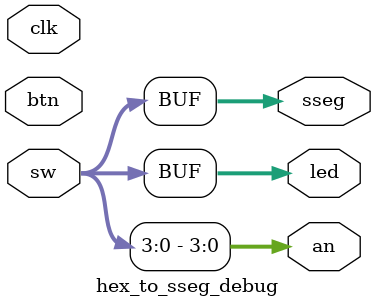
<source format=v>
module hex_to_sseg_debug
   (
		input wire [3:0] btn,
     input wire clk,
     input wire [7:0] sw,
     output wire [3:0] an,
	  output wire [7:0] led, // eq declared as reg
     output wire [7:0] sseg
   );
	
	assign sseg = sw;	//assign sseg the current sw value
	assign an = sw[3:0];	//assign the an the push button values
	assign led = sw;	//view the sw values on the led

/*
	//test the onboard btn/sw led's
	assign led[0] = sw[0] | ~btn[0];
	assign led[1] = sw[1] | ~btn[1];
	assign led[2] = sw[2] | ~btn[2];
	assign led[3] = sw[3] | ~btn[3];
	assign led[7:4] = sw[7:4];	
*/

//  assign inc = sw + 1;

/*   
	// signal declaration
   wire [7:0] inc;
   wire [7:0] led0, led1, led2, led3;
   // instantiate four instances of hex decoders
   // instance for 4 LSBs of input
   hex_to_sseg sseg_unit_0
      (.hex(sw[3:0]), .dp(1'b0), .sseg(led0));
   // instance for 4 MSBs of input
   hex_to_sseg sseg_unit_1
      (.hex(sw[7:4]), .dp(1'b0), .sseg(led1));
   // instance for 4 LSBs of incremented value
   hex_to_sseg sseg_unit_2
      (.hex(inc[3:0]), .dp(1'b1), .sseg(led2));
   // instance for 4 MSBs of incremented value
   hex_to_sseg sseg_unit_3
      (.hex(inc[7:4]), .dp(1'b1), .sseg(led3));

   // instantiate 7-seg LED display time-multiplexing module
   disp_mux disp_unit
      (.clk(clk), .reset(1'b0), .in0(led0), .in1(led1),
       .in2(led2), .in3(led3), .an(an), .sseg(sseg));

*/


endmodule
</source>
